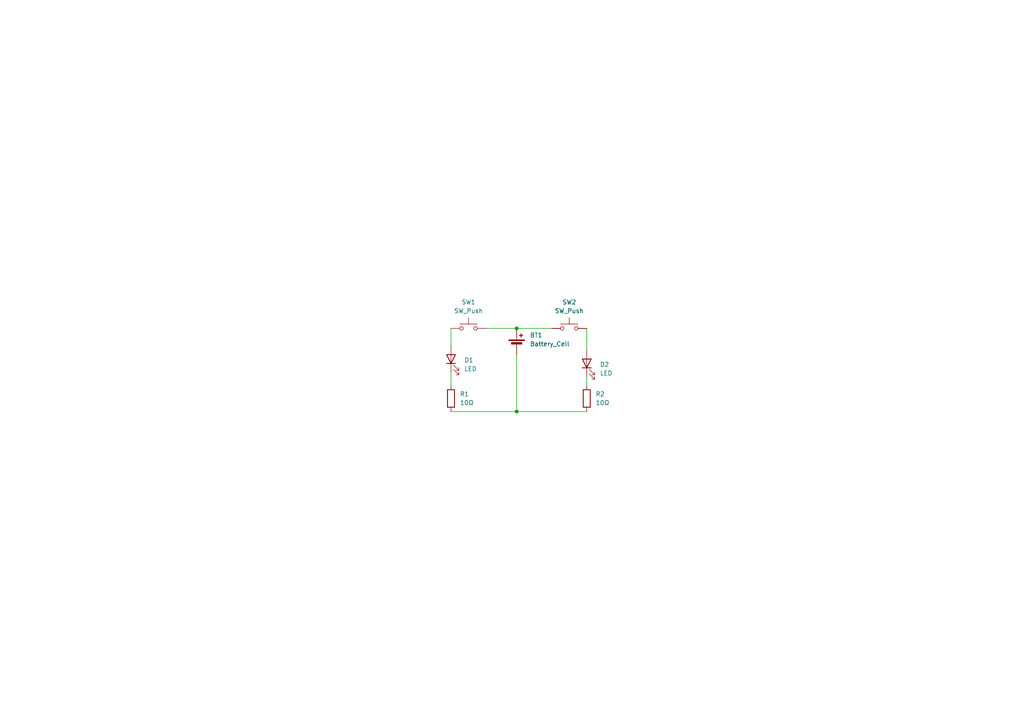
<source format=kicad_sch>
(kicad_sch (version 20230121) (generator eeschema)

  (uuid 2a6e55a8-2e21-40f6-8888-ad2566332e28)

  (paper "A4")

  (lib_symbols
    (symbol "Device:Battery_Cell" (pin_numbers hide) (pin_names (offset 0) hide) (in_bom yes) (on_board yes)
      (property "Reference" "BT" (at 2.54 2.54 0)
        (effects (font (size 1.27 1.27)) (justify left))
      )
      (property "Value" "Battery_Cell" (at 2.54 0 0)
        (effects (font (size 1.27 1.27)) (justify left))
      )
      (property "Footprint" "" (at 0 1.524 90)
        (effects (font (size 1.27 1.27)) hide)
      )
      (property "Datasheet" "~" (at 0 1.524 90)
        (effects (font (size 1.27 1.27)) hide)
      )
      (property "ki_keywords" "battery cell" (at 0 0 0)
        (effects (font (size 1.27 1.27)) hide)
      )
      (property "ki_description" "Single-cell battery" (at 0 0 0)
        (effects (font (size 1.27 1.27)) hide)
      )
      (symbol "Battery_Cell_0_1"
        (rectangle (start -2.286 1.778) (end 2.286 1.524)
          (stroke (width 0) (type default))
          (fill (type outline))
        )
        (rectangle (start -1.524 1.016) (end 1.524 0.508)
          (stroke (width 0) (type default))
          (fill (type outline))
        )
        (polyline
          (pts
            (xy 0 0.762)
            (xy 0 0)
          )
          (stroke (width 0) (type default))
          (fill (type none))
        )
        (polyline
          (pts
            (xy 0 1.778)
            (xy 0 2.54)
          )
          (stroke (width 0) (type default))
          (fill (type none))
        )
        (polyline
          (pts
            (xy 0.762 3.048)
            (xy 1.778 3.048)
          )
          (stroke (width 0.254) (type default))
          (fill (type none))
        )
        (polyline
          (pts
            (xy 1.27 3.556)
            (xy 1.27 2.54)
          )
          (stroke (width 0.254) (type default))
          (fill (type none))
        )
      )
      (symbol "Battery_Cell_1_1"
        (pin passive line (at 0 5.08 270) (length 2.54)
          (name "+" (effects (font (size 1.27 1.27))))
          (number "1" (effects (font (size 1.27 1.27))))
        )
        (pin passive line (at 0 -2.54 90) (length 2.54)
          (name "-" (effects (font (size 1.27 1.27))))
          (number "2" (effects (font (size 1.27 1.27))))
        )
      )
    )
    (symbol "Device:LED" (pin_numbers hide) (pin_names (offset 1.016) hide) (in_bom yes) (on_board yes)
      (property "Reference" "D" (at 0 2.54 0)
        (effects (font (size 1.27 1.27)))
      )
      (property "Value" "LED" (at 0 -2.54 0)
        (effects (font (size 1.27 1.27)))
      )
      (property "Footprint" "" (at 0 0 0)
        (effects (font (size 1.27 1.27)) hide)
      )
      (property "Datasheet" "~" (at 0 0 0)
        (effects (font (size 1.27 1.27)) hide)
      )
      (property "ki_keywords" "LED diode" (at 0 0 0)
        (effects (font (size 1.27 1.27)) hide)
      )
      (property "ki_description" "Light emitting diode" (at 0 0 0)
        (effects (font (size 1.27 1.27)) hide)
      )
      (property "ki_fp_filters" "LED* LED_SMD:* LED_THT:*" (at 0 0 0)
        (effects (font (size 1.27 1.27)) hide)
      )
      (symbol "LED_0_1"
        (polyline
          (pts
            (xy -1.27 -1.27)
            (xy -1.27 1.27)
          )
          (stroke (width 0.254) (type default))
          (fill (type none))
        )
        (polyline
          (pts
            (xy -1.27 0)
            (xy 1.27 0)
          )
          (stroke (width 0) (type default))
          (fill (type none))
        )
        (polyline
          (pts
            (xy 1.27 -1.27)
            (xy 1.27 1.27)
            (xy -1.27 0)
            (xy 1.27 -1.27)
          )
          (stroke (width 0.254) (type default))
          (fill (type none))
        )
        (polyline
          (pts
            (xy -3.048 -0.762)
            (xy -4.572 -2.286)
            (xy -3.81 -2.286)
            (xy -4.572 -2.286)
            (xy -4.572 -1.524)
          )
          (stroke (width 0) (type default))
          (fill (type none))
        )
        (polyline
          (pts
            (xy -1.778 -0.762)
            (xy -3.302 -2.286)
            (xy -2.54 -2.286)
            (xy -3.302 -2.286)
            (xy -3.302 -1.524)
          )
          (stroke (width 0) (type default))
          (fill (type none))
        )
      )
      (symbol "LED_1_1"
        (pin passive line (at -3.81 0 0) (length 2.54)
          (name "K" (effects (font (size 1.27 1.27))))
          (number "1" (effects (font (size 1.27 1.27))))
        )
        (pin passive line (at 3.81 0 180) (length 2.54)
          (name "A" (effects (font (size 1.27 1.27))))
          (number "2" (effects (font (size 1.27 1.27))))
        )
      )
    )
    (symbol "Device:R" (pin_numbers hide) (pin_names (offset 0)) (in_bom yes) (on_board yes)
      (property "Reference" "R" (at 2.032 0 90)
        (effects (font (size 1.27 1.27)))
      )
      (property "Value" "R" (at 0 0 90)
        (effects (font (size 1.27 1.27)))
      )
      (property "Footprint" "" (at -1.778 0 90)
        (effects (font (size 1.27 1.27)) hide)
      )
      (property "Datasheet" "~" (at 0 0 0)
        (effects (font (size 1.27 1.27)) hide)
      )
      (property "ki_keywords" "R res resistor" (at 0 0 0)
        (effects (font (size 1.27 1.27)) hide)
      )
      (property "ki_description" "Resistor" (at 0 0 0)
        (effects (font (size 1.27 1.27)) hide)
      )
      (property "ki_fp_filters" "R_*" (at 0 0 0)
        (effects (font (size 1.27 1.27)) hide)
      )
      (symbol "R_0_1"
        (rectangle (start -1.016 -2.54) (end 1.016 2.54)
          (stroke (width 0.254) (type default))
          (fill (type none))
        )
      )
      (symbol "R_1_1"
        (pin passive line (at 0 3.81 270) (length 1.27)
          (name "~" (effects (font (size 1.27 1.27))))
          (number "1" (effects (font (size 1.27 1.27))))
        )
        (pin passive line (at 0 -3.81 90) (length 1.27)
          (name "~" (effects (font (size 1.27 1.27))))
          (number "2" (effects (font (size 1.27 1.27))))
        )
      )
    )
    (symbol "Switch:SW_Push" (pin_numbers hide) (pin_names (offset 1.016) hide) (in_bom yes) (on_board yes)
      (property "Reference" "SW" (at 1.27 2.54 0)
        (effects (font (size 1.27 1.27)) (justify left))
      )
      (property "Value" "SW_Push" (at 0 -1.524 0)
        (effects (font (size 1.27 1.27)))
      )
      (property "Footprint" "" (at 0 5.08 0)
        (effects (font (size 1.27 1.27)) hide)
      )
      (property "Datasheet" "~" (at 0 5.08 0)
        (effects (font (size 1.27 1.27)) hide)
      )
      (property "ki_keywords" "switch normally-open pushbutton push-button" (at 0 0 0)
        (effects (font (size 1.27 1.27)) hide)
      )
      (property "ki_description" "Push button switch, generic, two pins" (at 0 0 0)
        (effects (font (size 1.27 1.27)) hide)
      )
      (symbol "SW_Push_0_1"
        (circle (center -2.032 0) (radius 0.508)
          (stroke (width 0) (type default))
          (fill (type none))
        )
        (polyline
          (pts
            (xy 0 1.27)
            (xy 0 3.048)
          )
          (stroke (width 0) (type default))
          (fill (type none))
        )
        (polyline
          (pts
            (xy 2.54 1.27)
            (xy -2.54 1.27)
          )
          (stroke (width 0) (type default))
          (fill (type none))
        )
        (circle (center 2.032 0) (radius 0.508)
          (stroke (width 0) (type default))
          (fill (type none))
        )
        (pin passive line (at -5.08 0 0) (length 2.54)
          (name "1" (effects (font (size 1.27 1.27))))
          (number "1" (effects (font (size 1.27 1.27))))
        )
        (pin passive line (at 5.08 0 180) (length 2.54)
          (name "2" (effects (font (size 1.27 1.27))))
          (number "2" (effects (font (size 1.27 1.27))))
        )
      )
    )
  )

  (junction (at 149.86 119.38) (diameter 0) (color 0 0 0 0)
    (uuid 5f1c7e1f-7c5b-4d0b-8c19-44fa37b41a48)
  )
  (junction (at 149.86 95.25) (diameter 0) (color 0 0 0 0)
    (uuid dd55f764-5799-4744-ba20-a501fb6a2645)
  )

  (wire (pts (xy 170.18 109.22) (xy 170.18 111.76))
    (stroke (width 0) (type default))
    (uuid 13dae96b-09fa-481e-8989-01ced7328a8b)
  )
  (wire (pts (xy 149.86 95.25) (xy 160.02 95.25))
    (stroke (width 0) (type default))
    (uuid 1c91dbc0-309a-4672-8d92-e26564fba963)
  )
  (wire (pts (xy 170.18 95.25) (xy 170.18 101.6))
    (stroke (width 0) (type default))
    (uuid 5fcb1ac4-0b34-4419-981a-f31e516dc398)
  )
  (wire (pts (xy 149.86 102.87) (xy 149.86 119.38))
    (stroke (width 0) (type default))
    (uuid 7230258e-14d9-440d-bfdb-340fe97710ca)
  )
  (wire (pts (xy 130.81 95.25) (xy 130.81 100.33))
    (stroke (width 0) (type default))
    (uuid 7f52c4f2-0ec8-4c6d-824a-05666e562aa0)
  )
  (wire (pts (xy 149.86 119.38) (xy 170.18 119.38))
    (stroke (width 0) (type default))
    (uuid e28d5b24-ac31-4bf3-8f6a-4d548a18d72a)
  )
  (wire (pts (xy 140.97 95.25) (xy 149.86 95.25))
    (stroke (width 0) (type default))
    (uuid ed52af73-5c63-4b51-b325-f5baeba13f29)
  )
  (wire (pts (xy 130.81 119.38) (xy 149.86 119.38))
    (stroke (width 0) (type default))
    (uuid ef82bc57-34f5-433d-873c-27aa6e92bb68)
  )
  (wire (pts (xy 130.81 107.95) (xy 130.81 111.76))
    (stroke (width 0) (type default))
    (uuid f12c5fa7-13e5-4ef3-be4f-57a226b4c385)
  )

  (symbol (lib_id "Device:LED") (at 130.81 104.14 90) (unit 1)
    (in_bom yes) (on_board yes) (dnp no) (fields_autoplaced)
    (uuid 557c53f6-e0c8-48e6-9ef9-6a5e9ce469c2)
    (property "Reference" "D1" (at 134.62 104.4575 90)
      (effects (font (size 1.27 1.27)) (justify right))
    )
    (property "Value" "LED" (at 134.62 106.9975 90)
      (effects (font (size 1.27 1.27)) (justify right))
    )
    (property "Footprint" "LED_THT:LED_D5.0mm_Clear" (at 130.81 104.14 0)
      (effects (font (size 1.27 1.27)) hide)
    )
    (property "Datasheet" "~" (at 130.81 104.14 0)
      (effects (font (size 1.27 1.27)) hide)
    )
    (pin "1" (uuid 9f539426-fe2f-4833-bb5b-23966e8c18cc))
    (pin "2" (uuid e45c251e-52a9-44c0-b4e0-e8221ae168cd))
    (instances
      (project "Ex05-Chapter06"
        (path "/2a6e55a8-2e21-40f6-8888-ad2566332e28"
          (reference "D1") (unit 1)
        )
      )
    )
  )

  (symbol (lib_id "Switch:SW_Push") (at 165.1 95.25 0) (unit 1)
    (in_bom yes) (on_board yes) (dnp no) (fields_autoplaced)
    (uuid 711debaf-f251-4d7a-ae0c-f2605bf8b62c)
    (property "Reference" "SW2" (at 165.1 87.63 0)
      (effects (font (size 1.27 1.27)))
    )
    (property "Value" "SW_Push" (at 165.1 90.17 0)
      (effects (font (size 1.27 1.27)))
    )
    (property "Footprint" "Button_Switch_THT:SW_PUSH_6mm_H5mm" (at 165.1 90.17 0)
      (effects (font (size 1.27 1.27)) hide)
    )
    (property "Datasheet" "~" (at 165.1 90.17 0)
      (effects (font (size 1.27 1.27)) hide)
    )
    (pin "1" (uuid ffa29ed2-1539-42aa-8b8a-7d21df1c0761))
    (pin "2" (uuid 8994c1b7-2d5f-4a92-b888-df492263e37f))
    (instances
      (project "Ex05-Chapter06"
        (path "/2a6e55a8-2e21-40f6-8888-ad2566332e28"
          (reference "SW2") (unit 1)
        )
      )
    )
  )

  (symbol (lib_id "Device:R") (at 130.81 115.57 0) (unit 1)
    (in_bom yes) (on_board yes) (dnp no) (fields_autoplaced)
    (uuid 92a45989-7d81-4d85-954c-6badd03b0c66)
    (property "Reference" "R1" (at 133.35 114.3 0)
      (effects (font (size 1.27 1.27)) (justify left))
    )
    (property "Value" "10Ω" (at 133.35 116.84 0)
      (effects (font (size 1.27 1.27)) (justify left))
    )
    (property "Footprint" "Resistor_THT:R_Axial_DIN0207_L6.3mm_D2.5mm_P10.16mm_Horizontal" (at 129.032 115.57 90)
      (effects (font (size 1.27 1.27)) hide)
    )
    (property "Datasheet" "~" (at 130.81 115.57 0)
      (effects (font (size 1.27 1.27)) hide)
    )
    (pin "2" (uuid ceb0f2ce-4f6b-4cfe-9b68-7586e79dd5cb))
    (pin "1" (uuid cf3be080-bd87-47d4-931f-4346e88845db))
    (instances
      (project "Ex05-Chapter06"
        (path "/2a6e55a8-2e21-40f6-8888-ad2566332e28"
          (reference "R1") (unit 1)
        )
      )
    )
  )

  (symbol (lib_id "Switch:SW_Push") (at 135.89 95.25 0) (unit 1)
    (in_bom yes) (on_board yes) (dnp no) (fields_autoplaced)
    (uuid 9e278ac7-8217-4bb7-bcb7-8b41c4b6c1f6)
    (property "Reference" "SW1" (at 135.89 87.63 0)
      (effects (font (size 1.27 1.27)))
    )
    (property "Value" "SW_Push" (at 135.89 90.17 0)
      (effects (font (size 1.27 1.27)))
    )
    (property "Footprint" "Button_Switch_THT:SW_PUSH_6mm_H5mm" (at 135.89 90.17 0)
      (effects (font (size 1.27 1.27)) hide)
    )
    (property "Datasheet" "~" (at 135.89 90.17 0)
      (effects (font (size 1.27 1.27)) hide)
    )
    (pin "2" (uuid d1dcef63-e7ad-41b1-8b5c-3c56f734021f))
    (pin "1" (uuid 990f7eb1-1de1-4d4b-a2ec-0fc1dca342bf))
    (instances
      (project "Ex05-Chapter06"
        (path "/2a6e55a8-2e21-40f6-8888-ad2566332e28"
          (reference "SW1") (unit 1)
        )
      )
    )
  )

  (symbol (lib_id "Device:LED") (at 170.18 105.41 90) (unit 1)
    (in_bom yes) (on_board yes) (dnp no) (fields_autoplaced)
    (uuid a556d780-0454-4058-b9eb-788ce127d8ed)
    (property "Reference" "D2" (at 173.99 105.7275 90)
      (effects (font (size 1.27 1.27)) (justify right))
    )
    (property "Value" "LED" (at 173.99 108.2675 90)
      (effects (font (size 1.27 1.27)) (justify right))
    )
    (property "Footprint" "LED_THT:LED_D5.0mm_Clear" (at 170.18 105.41 0)
      (effects (font (size 1.27 1.27)) hide)
    )
    (property "Datasheet" "~" (at 170.18 105.41 0)
      (effects (font (size 1.27 1.27)) hide)
    )
    (pin "2" (uuid c1a1eaf5-25c9-4b86-b8d4-fbceb8a1c63e))
    (pin "1" (uuid 67ee7af4-4617-48f0-95fb-8ca9ce050b0a))
    (instances
      (project "Ex05-Chapter06"
        (path "/2a6e55a8-2e21-40f6-8888-ad2566332e28"
          (reference "D2") (unit 1)
        )
      )
    )
  )

  (symbol (lib_id "Device:R") (at 170.18 115.57 0) (unit 1)
    (in_bom yes) (on_board yes) (dnp no) (fields_autoplaced)
    (uuid de0cd551-d7d1-4864-90f3-627dd3f65883)
    (property "Reference" "R2" (at 172.72 114.3 0)
      (effects (font (size 1.27 1.27)) (justify left))
    )
    (property "Value" "10Ω" (at 172.72 116.84 0)
      (effects (font (size 1.27 1.27)) (justify left))
    )
    (property "Footprint" "Resistor_THT:R_Axial_DIN0207_L6.3mm_D2.5mm_P10.16mm_Horizontal" (at 168.402 115.57 90)
      (effects (font (size 1.27 1.27)) hide)
    )
    (property "Datasheet" "~" (at 170.18 115.57 0)
      (effects (font (size 1.27 1.27)) hide)
    )
    (pin "1" (uuid e9a3cdd8-c636-4d38-9806-92e064b23113))
    (pin "2" (uuid 7a92f31e-34ea-4501-b5cd-e2c08d8c6ac3))
    (instances
      (project "Ex05-Chapter06"
        (path "/2a6e55a8-2e21-40f6-8888-ad2566332e28"
          (reference "R2") (unit 1)
        )
      )
    )
  )

  (symbol (lib_id "Device:Battery_Cell") (at 149.86 100.33 0) (unit 1)
    (in_bom yes) (on_board yes) (dnp no) (fields_autoplaced)
    (uuid f4c54eef-d12a-4fbf-a3b6-d146a7b38fdd)
    (property "Reference" "BT1" (at 153.67 97.2185 0)
      (effects (font (size 1.27 1.27)) (justify left))
    )
    (property "Value" "Battery_Cell" (at 153.67 99.7585 0)
      (effects (font (size 1.27 1.27)) (justify left))
    )
    (property "Footprint" "Battery:BatteryHolder_Keystone_103_1x20mm" (at 149.86 98.806 90)
      (effects (font (size 1.27 1.27)) hide)
    )
    (property "Datasheet" "~" (at 149.86 98.806 90)
      (effects (font (size 1.27 1.27)) hide)
    )
    (pin "1" (uuid 402b2edc-3d28-42ad-94a3-d4f06e14a3a9))
    (pin "2" (uuid cb3e9e00-4335-4090-b668-1e09a250b7e4))
    (instances
      (project "Ex05-Chapter06"
        (path "/2a6e55a8-2e21-40f6-8888-ad2566332e28"
          (reference "BT1") (unit 1)
        )
      )
    )
  )

  (sheet_instances
    (path "/" (page "1"))
  )
)

</source>
